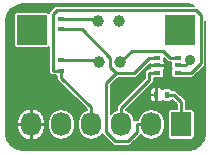
<source format=gtl>
%FSLAX34Y34*%
G04 Gerber Fmt 3.4, Leading zero omitted, Abs format*
G04 (created by PCBNEW (2014-03-19 BZR 4756)-product) date Wed 11 Jun 2014 22:21:39 BST*
%MOIN*%
G01*
G70*
G90*
G04 APERTURE LIST*
%ADD10C,0.005906*%
%ADD11C,0.039370*%
%ADD12R,0.015700X0.023600*%
%ADD13R,0.068000X0.080000*%
%ADD14O,0.068000X0.080000*%
%ADD15R,0.023600X0.015700*%
%ADD16R,0.023622X0.013780*%
%ADD17R,0.098425X0.098425*%
%ADD18C,0.035000*%
%ADD19C,0.010000*%
%ADD20C,0.007087*%
G04 APERTURE END LIST*
G54D10*
G54D11*
X55629Y-57185D03*
X56338Y-57185D03*
X55669Y-58562D03*
X56377Y-58562D03*
G54D12*
X57932Y-59645D03*
X57578Y-59645D03*
G54D13*
X58405Y-60629D03*
G54D14*
X57405Y-60629D03*
X56405Y-60629D03*
X55405Y-60629D03*
X54405Y-60629D03*
X53405Y-60629D03*
G54D15*
X54409Y-57106D03*
X54409Y-57460D03*
X54409Y-58838D03*
X54409Y-58484D03*
G54D16*
X58297Y-58405D03*
X58297Y-58661D03*
X58297Y-58917D03*
X57608Y-58917D03*
X57608Y-58661D03*
X57608Y-58405D03*
G54D17*
X58346Y-57480D03*
X53425Y-57480D03*
G54D18*
X58701Y-58479D03*
G54D19*
X58405Y-60629D02*
X58405Y-60079D01*
X57932Y-59645D02*
X58161Y-59645D01*
X58405Y-59889D02*
X58405Y-60079D01*
X58161Y-59645D02*
X58405Y-59889D01*
X58297Y-58661D02*
X58565Y-58661D01*
X58565Y-58615D02*
X58701Y-58479D01*
X58565Y-58661D02*
X58565Y-58615D01*
X53895Y-60892D02*
X53895Y-60629D01*
X54393Y-61390D02*
X53895Y-60892D01*
X57421Y-61390D02*
X54393Y-61390D01*
X57915Y-60896D02*
X57421Y-61390D01*
X57915Y-60250D02*
X57915Y-60896D01*
X57578Y-59913D02*
X57915Y-60250D01*
X57578Y-59645D02*
X57578Y-59913D01*
X53405Y-60629D02*
X53895Y-60629D01*
X57876Y-59079D02*
X57578Y-59377D01*
X57876Y-58661D02*
X57876Y-59079D01*
X57608Y-58661D02*
X57876Y-58661D01*
X57578Y-59645D02*
X57578Y-59377D01*
X57608Y-58405D02*
X57340Y-58405D01*
X57405Y-60629D02*
X56915Y-60629D01*
X56915Y-60892D02*
X56915Y-60629D01*
X56623Y-61185D02*
X56915Y-60892D01*
X56203Y-61185D02*
X56623Y-61185D01*
X55905Y-60886D02*
X56203Y-61185D01*
X55905Y-59262D02*
X55905Y-60886D01*
X56243Y-58925D02*
X55905Y-59262D01*
X56820Y-58925D02*
X56243Y-58925D01*
X57340Y-58405D02*
X56820Y-58925D01*
X55084Y-57460D02*
X54409Y-57460D01*
X56023Y-58399D02*
X55084Y-57460D01*
X56023Y-58705D02*
X56023Y-58399D01*
X56243Y-58925D02*
X56023Y-58705D01*
X57608Y-58917D02*
X57340Y-58917D01*
X56405Y-60629D02*
X56405Y-60079D01*
X57340Y-59145D02*
X57340Y-58917D01*
X56405Y-60079D02*
X57340Y-59145D01*
X54409Y-58838D02*
X54409Y-59067D01*
X55405Y-60063D02*
X54409Y-59067D01*
X55405Y-60629D02*
X55405Y-60063D01*
X58297Y-58917D02*
X58565Y-58917D01*
X54409Y-58838D02*
X54141Y-58838D01*
X54141Y-56948D02*
X54141Y-58838D01*
X54268Y-56820D02*
X54141Y-56948D01*
X58897Y-56820D02*
X54268Y-56820D01*
X59046Y-56969D02*
X58897Y-56820D01*
X59046Y-58594D02*
X59046Y-56969D01*
X58723Y-58917D02*
X59046Y-58594D01*
X58565Y-58917D02*
X58723Y-58917D01*
X56754Y-58186D02*
X56377Y-58562D01*
X57809Y-58186D02*
X56754Y-58186D01*
X58029Y-58405D02*
X57809Y-58186D01*
X58297Y-58405D02*
X58029Y-58405D01*
X55551Y-57106D02*
X55629Y-57185D01*
X54409Y-57106D02*
X55551Y-57106D01*
X55590Y-58484D02*
X55669Y-58562D01*
X54409Y-58484D02*
X55590Y-58484D01*
G54D10*
G36*
X59204Y-60912D02*
X59159Y-61139D01*
X59038Y-61321D01*
X58856Y-61443D01*
X58851Y-61443D01*
X58851Y-61051D01*
X58851Y-61008D01*
X58851Y-60208D01*
X58835Y-60169D01*
X58805Y-60139D01*
X58766Y-60123D01*
X58724Y-60123D01*
X58561Y-60123D01*
X58561Y-60079D01*
X58561Y-59889D01*
X58551Y-59839D01*
X58549Y-59829D01*
X58549Y-59829D01*
X58516Y-59779D01*
X58272Y-59535D01*
X58221Y-59501D01*
X58161Y-59489D01*
X58110Y-59489D01*
X58101Y-59467D01*
X58071Y-59437D01*
X58032Y-59421D01*
X57990Y-59421D01*
X57833Y-59421D01*
X57794Y-59437D01*
X57773Y-59458D01*
X57770Y-59451D01*
X57733Y-59414D01*
X57684Y-59393D01*
X57626Y-59393D01*
X57592Y-59427D01*
X57592Y-59631D01*
X57600Y-59631D01*
X57600Y-59659D01*
X57592Y-59659D01*
X57592Y-59864D01*
X57626Y-59897D01*
X57684Y-59897D01*
X57733Y-59877D01*
X57770Y-59839D01*
X57773Y-59833D01*
X57794Y-59853D01*
X57833Y-59869D01*
X57875Y-59869D01*
X58032Y-59869D01*
X58071Y-59853D01*
X58101Y-59823D01*
X58106Y-59811D01*
X58249Y-59954D01*
X58249Y-60079D01*
X58249Y-60123D01*
X58044Y-60123D01*
X58005Y-60139D01*
X57975Y-60169D01*
X57959Y-60208D01*
X57959Y-60251D01*
X57959Y-61051D01*
X57975Y-61090D01*
X58005Y-61120D01*
X58044Y-61136D01*
X58086Y-61136D01*
X58766Y-61136D01*
X58805Y-61120D01*
X58835Y-61090D01*
X58851Y-61051D01*
X58851Y-61443D01*
X58629Y-61488D01*
X54851Y-61488D01*
X54851Y-60699D01*
X54851Y-60560D01*
X54817Y-60389D01*
X54721Y-60244D01*
X54576Y-60147D01*
X54405Y-60113D01*
X54234Y-60147D01*
X54089Y-60244D01*
X53993Y-60389D01*
X53959Y-60560D01*
X53959Y-60699D01*
X53993Y-60870D01*
X54089Y-61015D01*
X54234Y-61112D01*
X54405Y-61146D01*
X54576Y-61112D01*
X54721Y-61015D01*
X54817Y-60870D01*
X54851Y-60699D01*
X54851Y-61488D01*
X53879Y-61488D01*
X53879Y-60703D01*
X53879Y-60643D01*
X53879Y-60616D01*
X53879Y-60556D01*
X53838Y-60375D01*
X53730Y-60225D01*
X53574Y-60126D01*
X53493Y-60104D01*
X53419Y-60129D01*
X53419Y-60616D01*
X53879Y-60616D01*
X53879Y-60643D01*
X53419Y-60643D01*
X53419Y-61130D01*
X53493Y-61155D01*
X53574Y-61132D01*
X53730Y-61034D01*
X53838Y-60883D01*
X53879Y-60703D01*
X53879Y-61488D01*
X53391Y-61488D01*
X53391Y-61130D01*
X53391Y-60643D01*
X53391Y-60616D01*
X53391Y-60129D01*
X53317Y-60104D01*
X53236Y-60126D01*
X53080Y-60225D01*
X52972Y-60375D01*
X52931Y-60556D01*
X52931Y-60616D01*
X53391Y-60616D01*
X53391Y-60643D01*
X52931Y-60643D01*
X52931Y-60703D01*
X52972Y-60883D01*
X53080Y-61034D01*
X53236Y-61132D01*
X53317Y-61155D01*
X53391Y-61130D01*
X53391Y-61488D01*
X53142Y-61488D01*
X52915Y-61443D01*
X52733Y-61321D01*
X52612Y-61139D01*
X52566Y-60912D01*
X52566Y-57197D01*
X52612Y-56970D01*
X52733Y-56788D01*
X52915Y-56667D01*
X53142Y-56622D01*
X58629Y-56622D01*
X58841Y-56664D01*
X54268Y-56664D01*
X54208Y-56676D01*
X54158Y-56710D01*
X54030Y-56837D01*
X53996Y-56888D01*
X53992Y-56912D01*
X53977Y-56898D01*
X53938Y-56881D01*
X53896Y-56881D01*
X52911Y-56881D01*
X52872Y-56898D01*
X52842Y-56927D01*
X52826Y-56967D01*
X52826Y-57009D01*
X52826Y-57993D01*
X52842Y-58032D01*
X52872Y-58062D01*
X52911Y-58078D01*
X52954Y-58078D01*
X53938Y-58078D01*
X53977Y-58062D01*
X53985Y-58055D01*
X53985Y-58838D01*
X53996Y-58898D01*
X54030Y-58948D01*
X54081Y-58982D01*
X54141Y-58994D01*
X54218Y-58994D01*
X54231Y-59007D01*
X54253Y-59016D01*
X54253Y-59067D01*
X54265Y-59126D01*
X54298Y-59177D01*
X55249Y-60127D01*
X55249Y-60144D01*
X55234Y-60147D01*
X55089Y-60244D01*
X54993Y-60389D01*
X54959Y-60560D01*
X54959Y-60699D01*
X54993Y-60870D01*
X55089Y-61015D01*
X55234Y-61112D01*
X55405Y-61146D01*
X55576Y-61112D01*
X55721Y-61015D01*
X55764Y-60951D01*
X55794Y-60997D01*
X56093Y-61295D01*
X56143Y-61329D01*
X56203Y-61341D01*
X56623Y-61341D01*
X56623Y-61341D01*
X56683Y-61329D01*
X56733Y-61295D01*
X57025Y-61003D01*
X57025Y-61003D01*
X57053Y-60961D01*
X57089Y-61015D01*
X57234Y-61112D01*
X57405Y-61146D01*
X57576Y-61112D01*
X57721Y-61015D01*
X57817Y-60870D01*
X57851Y-60699D01*
X57851Y-60560D01*
X57817Y-60389D01*
X57721Y-60244D01*
X57576Y-60147D01*
X57565Y-60145D01*
X57565Y-59864D01*
X57565Y-59659D01*
X57565Y-59631D01*
X57565Y-59427D01*
X57531Y-59393D01*
X57473Y-59393D01*
X57424Y-59414D01*
X57386Y-59451D01*
X57366Y-59501D01*
X57366Y-59554D01*
X57366Y-59598D01*
X57400Y-59631D01*
X57565Y-59631D01*
X57565Y-59659D01*
X57400Y-59659D01*
X57366Y-59692D01*
X57366Y-59737D01*
X57366Y-59790D01*
X57386Y-59839D01*
X57424Y-59877D01*
X57473Y-59897D01*
X57531Y-59897D01*
X57565Y-59864D01*
X57565Y-60145D01*
X57405Y-60113D01*
X57234Y-60147D01*
X57089Y-60244D01*
X56993Y-60389D01*
X56976Y-60473D01*
X56915Y-60473D01*
X56855Y-60485D01*
X56839Y-60496D01*
X56817Y-60389D01*
X56721Y-60244D01*
X56576Y-60147D01*
X56561Y-60144D01*
X56561Y-60144D01*
X57450Y-59255D01*
X57450Y-59255D01*
X57484Y-59205D01*
X57496Y-59145D01*
X57496Y-59092D01*
X57511Y-59092D01*
X57747Y-59092D01*
X57786Y-59076D01*
X57816Y-59046D01*
X57832Y-59007D01*
X57832Y-58965D01*
X57832Y-58827D01*
X57828Y-58817D01*
X57839Y-58806D01*
X57860Y-58756D01*
X57860Y-58708D01*
X57826Y-58675D01*
X57622Y-58675D01*
X57622Y-58683D01*
X57594Y-58683D01*
X57594Y-58675D01*
X57389Y-58675D01*
X57356Y-58708D01*
X57356Y-58756D01*
X57357Y-58761D01*
X57340Y-58761D01*
X57280Y-58772D01*
X57229Y-58806D01*
X57195Y-58857D01*
X57183Y-58917D01*
X57183Y-59080D01*
X56294Y-59969D01*
X56261Y-60019D01*
X56249Y-60079D01*
X56249Y-60144D01*
X56234Y-60147D01*
X56089Y-60244D01*
X56061Y-60286D01*
X56061Y-59327D01*
X56308Y-59081D01*
X56820Y-59081D01*
X56820Y-59081D01*
X56880Y-59069D01*
X56931Y-59035D01*
X57356Y-58610D01*
X57356Y-58614D01*
X57389Y-58647D01*
X57594Y-58647D01*
X57594Y-58639D01*
X57622Y-58639D01*
X57622Y-58647D01*
X57826Y-58647D01*
X57860Y-58614D01*
X57860Y-58565D01*
X57839Y-58516D01*
X57828Y-58505D01*
X57832Y-58495D01*
X57832Y-58453D01*
X57832Y-58430D01*
X57918Y-58516D01*
X57918Y-58516D01*
X57969Y-58549D01*
X57969Y-58549D01*
X57979Y-58551D01*
X58029Y-58561D01*
X58076Y-58561D01*
X58072Y-58571D01*
X58072Y-58613D01*
X58072Y-58751D01*
X58088Y-58789D01*
X58072Y-58827D01*
X58072Y-58869D01*
X58072Y-59007D01*
X58089Y-59046D01*
X58118Y-59076D01*
X58157Y-59092D01*
X58200Y-59092D01*
X58436Y-59092D01*
X58475Y-59076D01*
X58478Y-59073D01*
X58565Y-59073D01*
X58723Y-59073D01*
X58723Y-59073D01*
X58783Y-59061D01*
X58834Y-59027D01*
X59157Y-58704D01*
X59157Y-58704D01*
X59190Y-58654D01*
X59190Y-58654D01*
X59192Y-58644D01*
X59202Y-58594D01*
X59202Y-58594D01*
X59202Y-57187D01*
X59204Y-57197D01*
X59204Y-60912D01*
X59204Y-60912D01*
G37*
G54D20*
X59204Y-60912D02*
X59159Y-61139D01*
X59038Y-61321D01*
X58856Y-61443D01*
X58851Y-61443D01*
X58851Y-61051D01*
X58851Y-61008D01*
X58851Y-60208D01*
X58835Y-60169D01*
X58805Y-60139D01*
X58766Y-60123D01*
X58724Y-60123D01*
X58561Y-60123D01*
X58561Y-60079D01*
X58561Y-59889D01*
X58551Y-59839D01*
X58549Y-59829D01*
X58549Y-59829D01*
X58516Y-59779D01*
X58272Y-59535D01*
X58221Y-59501D01*
X58161Y-59489D01*
X58110Y-59489D01*
X58101Y-59467D01*
X58071Y-59437D01*
X58032Y-59421D01*
X57990Y-59421D01*
X57833Y-59421D01*
X57794Y-59437D01*
X57773Y-59458D01*
X57770Y-59451D01*
X57733Y-59414D01*
X57684Y-59393D01*
X57626Y-59393D01*
X57592Y-59427D01*
X57592Y-59631D01*
X57600Y-59631D01*
X57600Y-59659D01*
X57592Y-59659D01*
X57592Y-59864D01*
X57626Y-59897D01*
X57684Y-59897D01*
X57733Y-59877D01*
X57770Y-59839D01*
X57773Y-59833D01*
X57794Y-59853D01*
X57833Y-59869D01*
X57875Y-59869D01*
X58032Y-59869D01*
X58071Y-59853D01*
X58101Y-59823D01*
X58106Y-59811D01*
X58249Y-59954D01*
X58249Y-60079D01*
X58249Y-60123D01*
X58044Y-60123D01*
X58005Y-60139D01*
X57975Y-60169D01*
X57959Y-60208D01*
X57959Y-60251D01*
X57959Y-61051D01*
X57975Y-61090D01*
X58005Y-61120D01*
X58044Y-61136D01*
X58086Y-61136D01*
X58766Y-61136D01*
X58805Y-61120D01*
X58835Y-61090D01*
X58851Y-61051D01*
X58851Y-61443D01*
X58629Y-61488D01*
X54851Y-61488D01*
X54851Y-60699D01*
X54851Y-60560D01*
X54817Y-60389D01*
X54721Y-60244D01*
X54576Y-60147D01*
X54405Y-60113D01*
X54234Y-60147D01*
X54089Y-60244D01*
X53993Y-60389D01*
X53959Y-60560D01*
X53959Y-60699D01*
X53993Y-60870D01*
X54089Y-61015D01*
X54234Y-61112D01*
X54405Y-61146D01*
X54576Y-61112D01*
X54721Y-61015D01*
X54817Y-60870D01*
X54851Y-60699D01*
X54851Y-61488D01*
X53879Y-61488D01*
X53879Y-60703D01*
X53879Y-60643D01*
X53879Y-60616D01*
X53879Y-60556D01*
X53838Y-60375D01*
X53730Y-60225D01*
X53574Y-60126D01*
X53493Y-60104D01*
X53419Y-60129D01*
X53419Y-60616D01*
X53879Y-60616D01*
X53879Y-60643D01*
X53419Y-60643D01*
X53419Y-61130D01*
X53493Y-61155D01*
X53574Y-61132D01*
X53730Y-61034D01*
X53838Y-60883D01*
X53879Y-60703D01*
X53879Y-61488D01*
X53391Y-61488D01*
X53391Y-61130D01*
X53391Y-60643D01*
X53391Y-60616D01*
X53391Y-60129D01*
X53317Y-60104D01*
X53236Y-60126D01*
X53080Y-60225D01*
X52972Y-60375D01*
X52931Y-60556D01*
X52931Y-60616D01*
X53391Y-60616D01*
X53391Y-60643D01*
X52931Y-60643D01*
X52931Y-60703D01*
X52972Y-60883D01*
X53080Y-61034D01*
X53236Y-61132D01*
X53317Y-61155D01*
X53391Y-61130D01*
X53391Y-61488D01*
X53142Y-61488D01*
X52915Y-61443D01*
X52733Y-61321D01*
X52612Y-61139D01*
X52566Y-60912D01*
X52566Y-57197D01*
X52612Y-56970D01*
X52733Y-56788D01*
X52915Y-56667D01*
X53142Y-56622D01*
X58629Y-56622D01*
X58841Y-56664D01*
X54268Y-56664D01*
X54208Y-56676D01*
X54158Y-56710D01*
X54030Y-56837D01*
X53996Y-56888D01*
X53992Y-56912D01*
X53977Y-56898D01*
X53938Y-56881D01*
X53896Y-56881D01*
X52911Y-56881D01*
X52872Y-56898D01*
X52842Y-56927D01*
X52826Y-56967D01*
X52826Y-57009D01*
X52826Y-57993D01*
X52842Y-58032D01*
X52872Y-58062D01*
X52911Y-58078D01*
X52954Y-58078D01*
X53938Y-58078D01*
X53977Y-58062D01*
X53985Y-58055D01*
X53985Y-58838D01*
X53996Y-58898D01*
X54030Y-58948D01*
X54081Y-58982D01*
X54141Y-58994D01*
X54218Y-58994D01*
X54231Y-59007D01*
X54253Y-59016D01*
X54253Y-59067D01*
X54265Y-59126D01*
X54298Y-59177D01*
X55249Y-60127D01*
X55249Y-60144D01*
X55234Y-60147D01*
X55089Y-60244D01*
X54993Y-60389D01*
X54959Y-60560D01*
X54959Y-60699D01*
X54993Y-60870D01*
X55089Y-61015D01*
X55234Y-61112D01*
X55405Y-61146D01*
X55576Y-61112D01*
X55721Y-61015D01*
X55764Y-60951D01*
X55794Y-60997D01*
X56093Y-61295D01*
X56143Y-61329D01*
X56203Y-61341D01*
X56623Y-61341D01*
X56623Y-61341D01*
X56683Y-61329D01*
X56733Y-61295D01*
X57025Y-61003D01*
X57025Y-61003D01*
X57053Y-60961D01*
X57089Y-61015D01*
X57234Y-61112D01*
X57405Y-61146D01*
X57576Y-61112D01*
X57721Y-61015D01*
X57817Y-60870D01*
X57851Y-60699D01*
X57851Y-60560D01*
X57817Y-60389D01*
X57721Y-60244D01*
X57576Y-60147D01*
X57565Y-60145D01*
X57565Y-59864D01*
X57565Y-59659D01*
X57565Y-59631D01*
X57565Y-59427D01*
X57531Y-59393D01*
X57473Y-59393D01*
X57424Y-59414D01*
X57386Y-59451D01*
X57366Y-59501D01*
X57366Y-59554D01*
X57366Y-59598D01*
X57400Y-59631D01*
X57565Y-59631D01*
X57565Y-59659D01*
X57400Y-59659D01*
X57366Y-59692D01*
X57366Y-59737D01*
X57366Y-59790D01*
X57386Y-59839D01*
X57424Y-59877D01*
X57473Y-59897D01*
X57531Y-59897D01*
X57565Y-59864D01*
X57565Y-60145D01*
X57405Y-60113D01*
X57234Y-60147D01*
X57089Y-60244D01*
X56993Y-60389D01*
X56976Y-60473D01*
X56915Y-60473D01*
X56855Y-60485D01*
X56839Y-60496D01*
X56817Y-60389D01*
X56721Y-60244D01*
X56576Y-60147D01*
X56561Y-60144D01*
X56561Y-60144D01*
X57450Y-59255D01*
X57450Y-59255D01*
X57484Y-59205D01*
X57496Y-59145D01*
X57496Y-59092D01*
X57511Y-59092D01*
X57747Y-59092D01*
X57786Y-59076D01*
X57816Y-59046D01*
X57832Y-59007D01*
X57832Y-58965D01*
X57832Y-58827D01*
X57828Y-58817D01*
X57839Y-58806D01*
X57860Y-58756D01*
X57860Y-58708D01*
X57826Y-58675D01*
X57622Y-58675D01*
X57622Y-58683D01*
X57594Y-58683D01*
X57594Y-58675D01*
X57389Y-58675D01*
X57356Y-58708D01*
X57356Y-58756D01*
X57357Y-58761D01*
X57340Y-58761D01*
X57280Y-58772D01*
X57229Y-58806D01*
X57195Y-58857D01*
X57183Y-58917D01*
X57183Y-59080D01*
X56294Y-59969D01*
X56261Y-60019D01*
X56249Y-60079D01*
X56249Y-60144D01*
X56234Y-60147D01*
X56089Y-60244D01*
X56061Y-60286D01*
X56061Y-59327D01*
X56308Y-59081D01*
X56820Y-59081D01*
X56820Y-59081D01*
X56880Y-59069D01*
X56931Y-59035D01*
X57356Y-58610D01*
X57356Y-58614D01*
X57389Y-58647D01*
X57594Y-58647D01*
X57594Y-58639D01*
X57622Y-58639D01*
X57622Y-58647D01*
X57826Y-58647D01*
X57860Y-58614D01*
X57860Y-58565D01*
X57839Y-58516D01*
X57828Y-58505D01*
X57832Y-58495D01*
X57832Y-58453D01*
X57832Y-58430D01*
X57918Y-58516D01*
X57918Y-58516D01*
X57969Y-58549D01*
X57969Y-58549D01*
X57979Y-58551D01*
X58029Y-58561D01*
X58076Y-58561D01*
X58072Y-58571D01*
X58072Y-58613D01*
X58072Y-58751D01*
X58088Y-58789D01*
X58072Y-58827D01*
X58072Y-58869D01*
X58072Y-59007D01*
X58089Y-59046D01*
X58118Y-59076D01*
X58157Y-59092D01*
X58200Y-59092D01*
X58436Y-59092D01*
X58475Y-59076D01*
X58478Y-59073D01*
X58565Y-59073D01*
X58723Y-59073D01*
X58723Y-59073D01*
X58783Y-59061D01*
X58834Y-59027D01*
X59157Y-58704D01*
X59157Y-58704D01*
X59190Y-58654D01*
X59190Y-58654D01*
X59192Y-58644D01*
X59202Y-58594D01*
X59202Y-58594D01*
X59202Y-57187D01*
X59204Y-57197D01*
X59204Y-60912D01*
M02*

</source>
